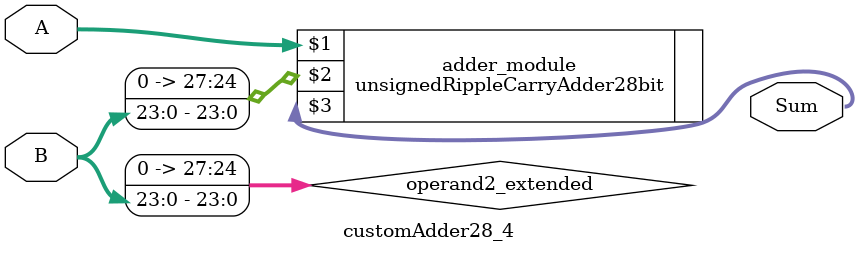
<source format=v>

module customAdder28_4(
                    input [27 : 0] A,
                    input [23 : 0] B,
                    
                    output [28 : 0] Sum
            );

    wire [27 : 0] operand2_extended;
    
    assign operand2_extended =  {4'b0, B};
    
    unsignedRippleCarryAdder28bit adder_module(
        A,
        operand2_extended,
        Sum
    );
    
endmodule
        
</source>
